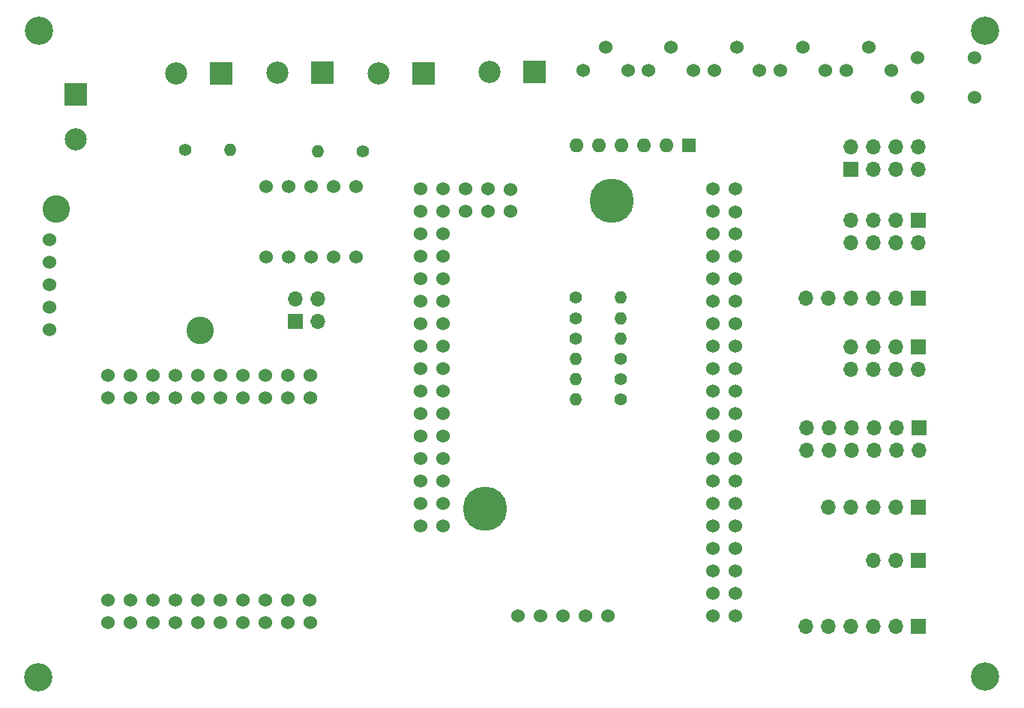
<source format=gbr>
%TF.GenerationSoftware,KiCad,Pcbnew,(6.0.0-0)*%
%TF.CreationDate,2022-02-03T16:38:40-05:00*%
%TF.ProjectId,LED_Controller_Without_Level_Shifter,4c45445f-436f-46e7-9472-6f6c6c65725f,1.0*%
%TF.SameCoordinates,Original*%
%TF.FileFunction,Soldermask,Top*%
%TF.FilePolarity,Negative*%
%FSLAX46Y46*%
G04 Gerber Fmt 4.6, Leading zero omitted, Abs format (unit mm)*
G04 Created by KiCad (PCBNEW (6.0.0-0)) date 2022-02-03 16:38:40*
%MOMM*%
%LPD*%
G01*
G04 APERTURE LIST*
%ADD10R,2.500000X2.500000*%
%ADD11C,2.500000*%
%ADD12R,1.700000X1.700000*%
%ADD13O,1.700000X1.700000*%
%ADD14C,1.400000*%
%ADD15O,1.400000X1.400000*%
%ADD16R,1.600000X1.600000*%
%ADD17O,1.600000X1.600000*%
%ADD18C,1.524000*%
%ADD19C,3.100000*%
%ADD20C,5.000000*%
%ADD21C,3.200000*%
G04 APERTURE END LIST*
D10*
%TO.C,J1*%
X93790000Y-70645000D03*
D11*
X93790000Y-75725000D03*
%TD*%
D10*
%TO.C,J2*%
X110180000Y-68280000D03*
D11*
X105100000Y-68280000D03*
%TD*%
D10*
%TO.C,J3*%
X133045000Y-68280000D03*
D11*
X127965000Y-68280000D03*
%TD*%
D10*
%TO.C,J4*%
X121615000Y-68254000D03*
D11*
X116535000Y-68254000D03*
%TD*%
D12*
%TO.C,J5*%
X188930000Y-99250000D03*
D13*
X188930000Y-101790000D03*
X186390000Y-99250000D03*
X186390000Y-101790000D03*
X183850000Y-99250000D03*
X183850000Y-101790000D03*
X181310000Y-99250000D03*
X181310000Y-101790000D03*
%TD*%
D12*
%TO.C,J6*%
X189000000Y-108380000D03*
D13*
X189000000Y-110920000D03*
X186460000Y-108380000D03*
X186460000Y-110920000D03*
X183920000Y-108380000D03*
X183920000Y-110920000D03*
X181380000Y-108380000D03*
X181380000Y-110920000D03*
X178840000Y-108380000D03*
X178840000Y-110920000D03*
X176300000Y-108380000D03*
X176300000Y-110920000D03*
%TD*%
D12*
%TO.C,J7*%
X188976000Y-117334000D03*
D13*
X186436000Y-117334000D03*
X183896000Y-117334000D03*
X181356000Y-117334000D03*
X178816000Y-117334000D03*
%TD*%
D12*
%TO.C,J8*%
X188976000Y-130810000D03*
D13*
X186436000Y-130810000D03*
X183896000Y-130810000D03*
X181356000Y-130810000D03*
X178816000Y-130810000D03*
X176276000Y-130810000D03*
%TD*%
D12*
%TO.C,J9*%
X181320000Y-79145000D03*
D13*
X181320000Y-76605000D03*
X183860000Y-79145000D03*
X183860000Y-76605000D03*
X186400000Y-79145000D03*
X186400000Y-76605000D03*
X188940000Y-79145000D03*
X188940000Y-76605000D03*
%TD*%
D12*
%TO.C,J10*%
X188920000Y-84885000D03*
D13*
X188920000Y-87425000D03*
X186380000Y-84885000D03*
X186380000Y-87425000D03*
X183840000Y-84885000D03*
X183840000Y-87425000D03*
X181300000Y-84885000D03*
X181300000Y-87425000D03*
%TD*%
D12*
%TO.C,J11*%
X188951000Y-93751000D03*
D13*
X186411000Y-93751000D03*
X183871000Y-93751000D03*
X181331000Y-93751000D03*
X178791000Y-93751000D03*
X176251000Y-93751000D03*
%TD*%
D14*
%TO.C,R2*%
X155290000Y-102822000D03*
D15*
X150210000Y-102822000D03*
%TD*%
D14*
%TO.C,R3*%
X155290000Y-100534000D03*
D15*
X150210000Y-100534000D03*
%TD*%
D14*
%TO.C,R4*%
X150210000Y-98246000D03*
D15*
X155290000Y-98246000D03*
%TD*%
D14*
%TO.C,R5*%
X150210000Y-95958000D03*
D15*
X155290000Y-95958000D03*
%TD*%
D14*
%TO.C,R6*%
X150210000Y-93670000D03*
D15*
X155290000Y-93670000D03*
%TD*%
D16*
%TO.C,RN1*%
X163068000Y-76454000D03*
D17*
X160528000Y-76454000D03*
X157988000Y-76454000D03*
X155448000Y-76454000D03*
X152908000Y-76454000D03*
X150368000Y-76454000D03*
%TD*%
D18*
%TO.C,U1*%
X90780000Y-87130000D03*
X90780000Y-89670000D03*
X90780000Y-92210000D03*
X90780000Y-94750000D03*
X90780000Y-97290000D03*
D19*
X91610000Y-83600000D03*
X107838800Y-97361200D03*
%TD*%
D18*
%TO.C,U2*%
X105015400Y-130406600D03*
X120205400Y-127866600D03*
X102475400Y-130406600D03*
X117715400Y-127866600D03*
X107555400Y-130406600D03*
X105015400Y-105000600D03*
X112635400Y-105000600D03*
X110095400Y-105000600D03*
X112635400Y-127866600D03*
X115175400Y-127866600D03*
X107555400Y-105000600D03*
X107555400Y-127866600D03*
X115175400Y-105000600D03*
X110095400Y-127866600D03*
X112635400Y-130406600D03*
X110095400Y-102460600D03*
X107555400Y-102460600D03*
X112635400Y-102460600D03*
X115175400Y-102460600D03*
X105015400Y-127866600D03*
X120255400Y-130406600D03*
X120255400Y-102460600D03*
X102475400Y-127866600D03*
X102475400Y-105000600D03*
X99935400Y-127866600D03*
X97395400Y-127866600D03*
X110095400Y-130406600D03*
X99935400Y-130406600D03*
X97395400Y-130406600D03*
X120255400Y-105000600D03*
X117715400Y-105000600D03*
X99935400Y-105000600D03*
X97395400Y-105000600D03*
X117715400Y-102460600D03*
X105015400Y-102460600D03*
X102475400Y-102460600D03*
X99935400Y-102460600D03*
X97395400Y-102460600D03*
X115175400Y-130406600D03*
X117715400Y-130406600D03*
%TD*%
D14*
%TO.C,R1*%
X155290000Y-105110000D03*
D15*
X150210000Y-105110000D03*
%TD*%
D18*
%TO.C,SW1*%
X125476000Y-89091000D03*
X122936000Y-89091000D03*
X120396000Y-89091000D03*
X117856000Y-89091000D03*
X115316000Y-89091000D03*
X115316000Y-81089000D03*
X117856000Y-81089000D03*
X120396000Y-81089000D03*
X122936000Y-81089000D03*
X125476000Y-81089000D03*
%TD*%
%TO.C,SW2*%
X188820000Y-71020000D03*
X188820000Y-66520000D03*
X195320000Y-71020000D03*
X195320000Y-66520000D03*
%TD*%
%TO.C,U4*%
X165710000Y-119470000D03*
X168250000Y-119470000D03*
X165710000Y-116930000D03*
X168250000Y-116930000D03*
X165710000Y-114390000D03*
X168250000Y-114390000D03*
X165710000Y-111850000D03*
X168250000Y-111850000D03*
X165710000Y-109310000D03*
X168250000Y-109310000D03*
X165710000Y-106770000D03*
X168250000Y-106770000D03*
X165710000Y-104230000D03*
X168250000Y-104230000D03*
X165710000Y-101690000D03*
X168250000Y-101690000D03*
X165710000Y-99150000D03*
X168250000Y-99150000D03*
X165710000Y-96610000D03*
X168250000Y-96610000D03*
X165710000Y-94070000D03*
X168250000Y-94070000D03*
X165710000Y-91530000D03*
X168250000Y-91530000D03*
X165710000Y-88990000D03*
X168250000Y-129630000D03*
X168250000Y-127090000D03*
D20*
X140020000Y-117490000D03*
X154300000Y-82720000D03*
D18*
X168250000Y-88990000D03*
X165710000Y-86450000D03*
X168250000Y-86450000D03*
X165710000Y-83910000D03*
X168250000Y-83964000D03*
X165710000Y-81370000D03*
X168250000Y-81370000D03*
X132760000Y-99150000D03*
X135300000Y-99150000D03*
X132760000Y-96610000D03*
X135300000Y-96610000D03*
X132760000Y-94070000D03*
X135300000Y-94070000D03*
X132760000Y-91530000D03*
X135300000Y-91530000D03*
X132760000Y-88990000D03*
X135300000Y-88990000D03*
X132760000Y-86450000D03*
X135300000Y-86450000D03*
X132760000Y-83910000D03*
X135300000Y-83910000D03*
X132760000Y-81370000D03*
X135300000Y-81370000D03*
X137840000Y-81370000D03*
X137840000Y-83910000D03*
X140380000Y-81370000D03*
X140380000Y-83910000D03*
X142920000Y-81459000D03*
X142920000Y-83910000D03*
X143710000Y-129630000D03*
X165710000Y-127090000D03*
X165710000Y-129630000D03*
X165710000Y-124550000D03*
X168250000Y-124550000D03*
X153870000Y-129630000D03*
X151330000Y-129630000D03*
X148790000Y-129630000D03*
X146250000Y-129630000D03*
X165710000Y-122010000D03*
X168250000Y-122010000D03*
X132760000Y-119470000D03*
X135300000Y-119470000D03*
X132760000Y-116930000D03*
X135300000Y-116930000D03*
X132760000Y-114390000D03*
X135300000Y-114390000D03*
X132760000Y-111850000D03*
X135300000Y-111850000D03*
X132760000Y-109310000D03*
X135300000Y-109310000D03*
X132760000Y-106770000D03*
X135300000Y-106770000D03*
X132760000Y-104230000D03*
X135300000Y-104230000D03*
X132760000Y-101690000D03*
X135300000Y-101690000D03*
%TD*%
%TO.C,RV1*%
X156140000Y-67935000D03*
X153600000Y-65325000D03*
X151060000Y-67935000D03*
%TD*%
%TO.C,RV2*%
X171015000Y-67935000D03*
X168475000Y-65325000D03*
X165935000Y-67935000D03*
%TD*%
%TO.C,RV3*%
X185890000Y-67935000D03*
X183350000Y-65325000D03*
X180810000Y-67935000D03*
%TD*%
%TO.C,RV4*%
X163577500Y-67935000D03*
X161037500Y-65325000D03*
X158497500Y-67935000D03*
%TD*%
%TO.C,RV5*%
X178452500Y-67935000D03*
X175912500Y-65325000D03*
X173372500Y-67935000D03*
%TD*%
D12*
%TO.C,J13*%
X118545000Y-96315000D03*
D13*
X118545000Y-93775000D03*
X121085000Y-96315000D03*
X121085000Y-93775000D03*
%TD*%
D12*
%TO.C,J13*%
X188975000Y-123340000D03*
D13*
X186435000Y-123340000D03*
X183895000Y-123340000D03*
%TD*%
D21*
%TO.C,REF\u002A\u002A*%
X196480000Y-136460000D03*
%TD*%
%TO.C,REF\u002A\u002A*%
X89662000Y-63500000D03*
%TD*%
D14*
%TO.C,R7*%
X106172000Y-76962000D03*
D15*
X111252000Y-76962000D03*
%TD*%
D21*
%TO.C,REF\u002A\u002A*%
X89580000Y-136520000D03*
%TD*%
D14*
%TO.C,R8*%
X126238000Y-77140000D03*
D15*
X121158000Y-77140000D03*
%TD*%
D21*
%TO.C,REF\u002A\u002A*%
X196510000Y-63490000D03*
%TD*%
D10*
%TO.C,J12*%
X145625000Y-68170000D03*
D11*
X140545000Y-68170000D03*
%TD*%
M02*

</source>
